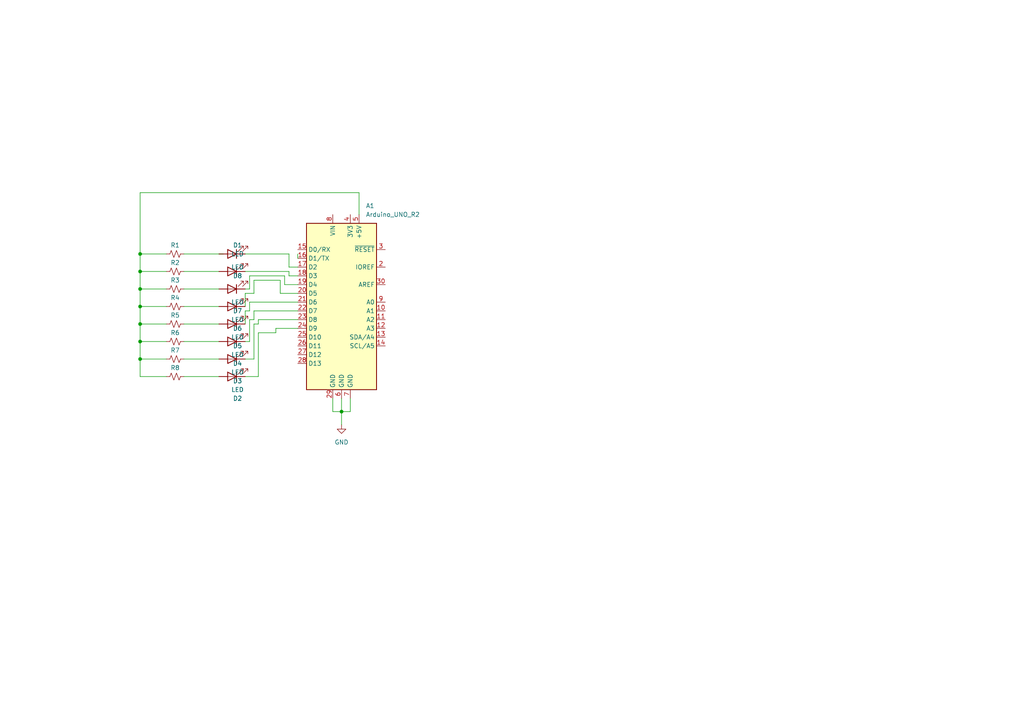
<source format=kicad_sch>
(kicad_sch (version 20230121) (generator eeschema)

  (uuid 5964a041-1c5b-4576-9e9b-cffbbb147292)

  (paper "A4")

  (title_block
    (title "ARDUNO UNO SHIELD")
    (date "2024-01-20")
    (rev "1")
    (company "ĐẠI HỌC BÁCH KHOA")
    (comment 2 "LÝ TÙNG THÁI")
    (comment 3 "2051191")
  )

  (lib_symbols
    (symbol "Device:LED" (pin_numbers hide) (pin_names (offset 1.016) hide) (in_bom yes) (on_board yes)
      (property "Reference" "D" (at 0 2.54 0)
        (effects (font (size 1.27 1.27)))
      )
      (property "Value" "LED" (at 0 -2.54 0)
        (effects (font (size 1.27 1.27)))
      )
      (property "Footprint" "" (at 0 0 0)
        (effects (font (size 1.27 1.27)) hide)
      )
      (property "Datasheet" "~" (at 0 0 0)
        (effects (font (size 1.27 1.27)) hide)
      )
      (property "ki_keywords" "LED diode" (at 0 0 0)
        (effects (font (size 1.27 1.27)) hide)
      )
      (property "ki_description" "Light emitting diode" (at 0 0 0)
        (effects (font (size 1.27 1.27)) hide)
      )
      (property "ki_fp_filters" "LED* LED_SMD:* LED_THT:*" (at 0 0 0)
        (effects (font (size 1.27 1.27)) hide)
      )
      (symbol "LED_0_1"
        (polyline
          (pts
            (xy -1.27 -1.27)
            (xy -1.27 1.27)
          )
          (stroke (width 0.254) (type default))
          (fill (type none))
        )
        (polyline
          (pts
            (xy -1.27 0)
            (xy 1.27 0)
          )
          (stroke (width 0) (type default))
          (fill (type none))
        )
        (polyline
          (pts
            (xy 1.27 -1.27)
            (xy 1.27 1.27)
            (xy -1.27 0)
            (xy 1.27 -1.27)
          )
          (stroke (width 0.254) (type default))
          (fill (type none))
        )
        (polyline
          (pts
            (xy -3.048 -0.762)
            (xy -4.572 -2.286)
            (xy -3.81 -2.286)
            (xy -4.572 -2.286)
            (xy -4.572 -1.524)
          )
          (stroke (width 0) (type default))
          (fill (type none))
        )
        (polyline
          (pts
            (xy -1.778 -0.762)
            (xy -3.302 -2.286)
            (xy -2.54 -2.286)
            (xy -3.302 -2.286)
            (xy -3.302 -1.524)
          )
          (stroke (width 0) (type default))
          (fill (type none))
        )
      )
      (symbol "LED_1_1"
        (pin passive line (at -3.81 0 0) (length 2.54)
          (name "K" (effects (font (size 1.27 1.27))))
          (number "1" (effects (font (size 1.27 1.27))))
        )
        (pin passive line (at 3.81 0 180) (length 2.54)
          (name "A" (effects (font (size 1.27 1.27))))
          (number "2" (effects (font (size 1.27 1.27))))
        )
      )
    )
    (symbol "Device:R_Small_US" (pin_numbers hide) (pin_names (offset 0.254) hide) (in_bom yes) (on_board yes)
      (property "Reference" "R" (at 0.762 0.508 0)
        (effects (font (size 1.27 1.27)) (justify left))
      )
      (property "Value" "R_Small_US" (at 0.762 -1.016 0)
        (effects (font (size 1.27 1.27)) (justify left))
      )
      (property "Footprint" "" (at 0 0 0)
        (effects (font (size 1.27 1.27)) hide)
      )
      (property "Datasheet" "~" (at 0 0 0)
        (effects (font (size 1.27 1.27)) hide)
      )
      (property "ki_keywords" "r resistor" (at 0 0 0)
        (effects (font (size 1.27 1.27)) hide)
      )
      (property "ki_description" "Resistor, small US symbol" (at 0 0 0)
        (effects (font (size 1.27 1.27)) hide)
      )
      (property "ki_fp_filters" "R_*" (at 0 0 0)
        (effects (font (size 1.27 1.27)) hide)
      )
      (symbol "R_Small_US_1_1"
        (polyline
          (pts
            (xy 0 0)
            (xy 1.016 -0.381)
            (xy 0 -0.762)
            (xy -1.016 -1.143)
            (xy 0 -1.524)
          )
          (stroke (width 0) (type default))
          (fill (type none))
        )
        (polyline
          (pts
            (xy 0 1.524)
            (xy 1.016 1.143)
            (xy 0 0.762)
            (xy -1.016 0.381)
            (xy 0 0)
          )
          (stroke (width 0) (type default))
          (fill (type none))
        )
        (pin passive line (at 0 2.54 270) (length 1.016)
          (name "~" (effects (font (size 1.27 1.27))))
          (number "1" (effects (font (size 1.27 1.27))))
        )
        (pin passive line (at 0 -2.54 90) (length 1.016)
          (name "~" (effects (font (size 1.27 1.27))))
          (number "2" (effects (font (size 1.27 1.27))))
        )
      )
    )
    (symbol "MCU_Module:Arduino_UNO_R2" (in_bom yes) (on_board yes)
      (property "Reference" "A" (at -10.16 23.495 0)
        (effects (font (size 1.27 1.27)) (justify left bottom))
      )
      (property "Value" "Arduino_UNO_R2" (at 5.08 -26.67 0)
        (effects (font (size 1.27 1.27)) (justify left top))
      )
      (property "Footprint" "Module:Arduino_UNO_R2" (at 0 0 0)
        (effects (font (size 1.27 1.27) italic) hide)
      )
      (property "Datasheet" "https://www.arduino.cc/en/Main/arduinoBoardUno" (at 0 0 0)
        (effects (font (size 1.27 1.27)) hide)
      )
      (property "ki_keywords" "Arduino UNO R3 Microcontroller Module Atmel AVR USB" (at 0 0 0)
        (effects (font (size 1.27 1.27)) hide)
      )
      (property "ki_description" "Arduino UNO Microcontroller Module, release 2" (at 0 0 0)
        (effects (font (size 1.27 1.27)) hide)
      )
      (property "ki_fp_filters" "Arduino*UNO*R2*" (at 0 0 0)
        (effects (font (size 1.27 1.27)) hide)
      )
      (symbol "Arduino_UNO_R2_0_1"
        (rectangle (start -10.16 22.86) (end 10.16 -25.4)
          (stroke (width 0.254) (type default))
          (fill (type background))
        )
      )
      (symbol "Arduino_UNO_R2_1_1"
        (pin no_connect line (at -10.16 -20.32 0) (length 2.54) hide
          (name "NC" (effects (font (size 1.27 1.27))))
          (number "1" (effects (font (size 1.27 1.27))))
        )
        (pin bidirectional line (at 12.7 -2.54 180) (length 2.54)
          (name "A1" (effects (font (size 1.27 1.27))))
          (number "10" (effects (font (size 1.27 1.27))))
        )
        (pin bidirectional line (at 12.7 -5.08 180) (length 2.54)
          (name "A2" (effects (font (size 1.27 1.27))))
          (number "11" (effects (font (size 1.27 1.27))))
        )
        (pin bidirectional line (at 12.7 -7.62 180) (length 2.54)
          (name "A3" (effects (font (size 1.27 1.27))))
          (number "12" (effects (font (size 1.27 1.27))))
        )
        (pin bidirectional line (at 12.7 -10.16 180) (length 2.54)
          (name "SDA/A4" (effects (font (size 1.27 1.27))))
          (number "13" (effects (font (size 1.27 1.27))))
        )
        (pin bidirectional line (at 12.7 -12.7 180) (length 2.54)
          (name "SCL/A5" (effects (font (size 1.27 1.27))))
          (number "14" (effects (font (size 1.27 1.27))))
        )
        (pin bidirectional line (at -12.7 15.24 0) (length 2.54)
          (name "D0/RX" (effects (font (size 1.27 1.27))))
          (number "15" (effects (font (size 1.27 1.27))))
        )
        (pin bidirectional line (at -12.7 12.7 0) (length 2.54)
          (name "D1/TX" (effects (font (size 1.27 1.27))))
          (number "16" (effects (font (size 1.27 1.27))))
        )
        (pin bidirectional line (at -12.7 10.16 0) (length 2.54)
          (name "D2" (effects (font (size 1.27 1.27))))
          (number "17" (effects (font (size 1.27 1.27))))
        )
        (pin bidirectional line (at -12.7 7.62 0) (length 2.54)
          (name "D3" (effects (font (size 1.27 1.27))))
          (number "18" (effects (font (size 1.27 1.27))))
        )
        (pin bidirectional line (at -12.7 5.08 0) (length 2.54)
          (name "D4" (effects (font (size 1.27 1.27))))
          (number "19" (effects (font (size 1.27 1.27))))
        )
        (pin output line (at 12.7 10.16 180) (length 2.54)
          (name "IOREF" (effects (font (size 1.27 1.27))))
          (number "2" (effects (font (size 1.27 1.27))))
        )
        (pin bidirectional line (at -12.7 2.54 0) (length 2.54)
          (name "D5" (effects (font (size 1.27 1.27))))
          (number "20" (effects (font (size 1.27 1.27))))
        )
        (pin bidirectional line (at -12.7 0 0) (length 2.54)
          (name "D6" (effects (font (size 1.27 1.27))))
          (number "21" (effects (font (size 1.27 1.27))))
        )
        (pin bidirectional line (at -12.7 -2.54 0) (length 2.54)
          (name "D7" (effects (font (size 1.27 1.27))))
          (number "22" (effects (font (size 1.27 1.27))))
        )
        (pin bidirectional line (at -12.7 -5.08 0) (length 2.54)
          (name "D8" (effects (font (size 1.27 1.27))))
          (number "23" (effects (font (size 1.27 1.27))))
        )
        (pin bidirectional line (at -12.7 -7.62 0) (length 2.54)
          (name "D9" (effects (font (size 1.27 1.27))))
          (number "24" (effects (font (size 1.27 1.27))))
        )
        (pin bidirectional line (at -12.7 -10.16 0) (length 2.54)
          (name "D10" (effects (font (size 1.27 1.27))))
          (number "25" (effects (font (size 1.27 1.27))))
        )
        (pin bidirectional line (at -12.7 -12.7 0) (length 2.54)
          (name "D11" (effects (font (size 1.27 1.27))))
          (number "26" (effects (font (size 1.27 1.27))))
        )
        (pin bidirectional line (at -12.7 -15.24 0) (length 2.54)
          (name "D12" (effects (font (size 1.27 1.27))))
          (number "27" (effects (font (size 1.27 1.27))))
        )
        (pin bidirectional line (at -12.7 -17.78 0) (length 2.54)
          (name "D13" (effects (font (size 1.27 1.27))))
          (number "28" (effects (font (size 1.27 1.27))))
        )
        (pin power_in line (at -2.54 -27.94 90) (length 2.54)
          (name "GND" (effects (font (size 1.27 1.27))))
          (number "29" (effects (font (size 1.27 1.27))))
        )
        (pin input line (at 12.7 15.24 180) (length 2.54)
          (name "~{RESET}" (effects (font (size 1.27 1.27))))
          (number "3" (effects (font (size 1.27 1.27))))
        )
        (pin input line (at 12.7 5.08 180) (length 2.54)
          (name "AREF" (effects (font (size 1.27 1.27))))
          (number "30" (effects (font (size 1.27 1.27))))
        )
        (pin power_out line (at 2.54 25.4 270) (length 2.54)
          (name "3V3" (effects (font (size 1.27 1.27))))
          (number "4" (effects (font (size 1.27 1.27))))
        )
        (pin power_out line (at 5.08 25.4 270) (length 2.54)
          (name "+5V" (effects (font (size 1.27 1.27))))
          (number "5" (effects (font (size 1.27 1.27))))
        )
        (pin power_in line (at 0 -27.94 90) (length 2.54)
          (name "GND" (effects (font (size 1.27 1.27))))
          (number "6" (effects (font (size 1.27 1.27))))
        )
        (pin power_in line (at 2.54 -27.94 90) (length 2.54)
          (name "GND" (effects (font (size 1.27 1.27))))
          (number "7" (effects (font (size 1.27 1.27))))
        )
        (pin power_in line (at -2.54 25.4 270) (length 2.54)
          (name "VIN" (effects (font (size 1.27 1.27))))
          (number "8" (effects (font (size 1.27 1.27))))
        )
        (pin bidirectional line (at 12.7 0 180) (length 2.54)
          (name "A0" (effects (font (size 1.27 1.27))))
          (number "9" (effects (font (size 1.27 1.27))))
        )
      )
    )
    (symbol "power:GND" (power) (pin_names (offset 0)) (in_bom yes) (on_board yes)
      (property "Reference" "#PWR" (at 0 -6.35 0)
        (effects (font (size 1.27 1.27)) hide)
      )
      (property "Value" "GND" (at 0 -3.81 0)
        (effects (font (size 1.27 1.27)))
      )
      (property "Footprint" "" (at 0 0 0)
        (effects (font (size 1.27 1.27)) hide)
      )
      (property "Datasheet" "" (at 0 0 0)
        (effects (font (size 1.27 1.27)) hide)
      )
      (property "ki_keywords" "global power" (at 0 0 0)
        (effects (font (size 1.27 1.27)) hide)
      )
      (property "ki_description" "Power symbol creates a global label with name \"GND\" , ground" (at 0 0 0)
        (effects (font (size 1.27 1.27)) hide)
      )
      (symbol "GND_0_1"
        (polyline
          (pts
            (xy 0 0)
            (xy 0 -1.27)
            (xy 1.27 -1.27)
            (xy 0 -2.54)
            (xy -1.27 -1.27)
            (xy 0 -1.27)
          )
          (stroke (width 0) (type default))
          (fill (type none))
        )
      )
      (symbol "GND_1_1"
        (pin power_in line (at 0 0 270) (length 0) hide
          (name "GND" (effects (font (size 1.27 1.27))))
          (number "1" (effects (font (size 1.27 1.27))))
        )
      )
    )
  )

  (junction (at 40.64 83.82) (diameter 0) (color 0 0 0 0)
    (uuid 11cd5b4d-c62f-4cd2-8c28-b684922ef3f3)
  )
  (junction (at 99.06 119.38) (diameter 0) (color 0 0 0 0)
    (uuid 3a6e9cca-772d-428d-bb5a-8e2e61015002)
  )
  (junction (at 40.64 93.98) (diameter 0) (color 0 0 0 0)
    (uuid 3d2e52d4-4e83-4415-bd9a-bc44a4c74228)
  )
  (junction (at 40.64 88.9) (diameter 0) (color 0 0 0 0)
    (uuid 88f57a91-20b4-4eb5-abc3-416bb27eeecd)
  )
  (junction (at 40.64 73.66) (diameter 0) (color 0 0 0 0)
    (uuid 8a272013-f251-43c2-b563-c7e55e2cd070)
  )
  (junction (at 40.64 104.14) (diameter 0) (color 0 0 0 0)
    (uuid a93aa51a-f8ce-4d95-a400-effe92f06982)
  )
  (junction (at 40.64 99.06) (diameter 0) (color 0 0 0 0)
    (uuid b313a41b-9a3d-4e4a-a673-4eec7bba3757)
  )
  (junction (at 40.64 78.74) (diameter 0) (color 0 0 0 0)
    (uuid c0877623-cb3f-4258-8eb2-2c045cec3d46)
  )

  (wire (pts (xy 73.66 104.14) (xy 73.66 93.98))
    (stroke (width 0) (type default))
    (uuid 0424b300-6815-474e-814d-da5ed78d964a)
  )
  (wire (pts (xy 53.34 83.82) (xy 63.5 83.82))
    (stroke (width 0) (type default))
    (uuid 07ebab2f-a26e-4ce2-82b5-785274d9066c)
  )
  (wire (pts (xy 101.6 115.57) (xy 101.6 119.38))
    (stroke (width 0) (type default))
    (uuid 09b064ee-b714-484a-8b68-2954d29169eb)
  )
  (wire (pts (xy 86.36 73.66) (xy 86.36 74.93))
    (stroke (width 0) (type default))
    (uuid 0c01ace9-cd57-49cc-95b7-aca7af14cb09)
  )
  (wire (pts (xy 73.66 81.28) (xy 81.28 81.28))
    (stroke (width 0) (type default))
    (uuid 0c79d288-769f-4b38-8e98-535a5685bf3f)
  )
  (wire (pts (xy 73.66 92.71) (xy 73.66 90.17))
    (stroke (width 0) (type default))
    (uuid 0d11ebbe-3407-46d9-94ce-80e0f1e4a3e2)
  )
  (wire (pts (xy 83.82 80.01) (xy 86.36 80.01))
    (stroke (width 0) (type default))
    (uuid 0d436a52-3e1f-44fa-bf99-70c9725bb7f9)
  )
  (wire (pts (xy 74.93 92.71) (xy 86.36 92.71))
    (stroke (width 0) (type default))
    (uuid 1701d78f-835f-49b9-91b5-f7f65b154baa)
  )
  (wire (pts (xy 83.82 77.47) (xy 86.36 77.47))
    (stroke (width 0) (type default))
    (uuid 17b73d83-752c-4224-a929-86203aa508b4)
  )
  (wire (pts (xy 71.12 88.9) (xy 71.12 85.09))
    (stroke (width 0) (type default))
    (uuid 1c16224d-9c83-4d0d-86b9-d9dad157add1)
  )
  (wire (pts (xy 40.64 78.74) (xy 48.26 78.74))
    (stroke (width 0) (type default))
    (uuid 1ecdae21-4bc1-4fdf-8f99-12375847bf10)
  )
  (wire (pts (xy 72.39 87.63) (xy 86.36 87.63))
    (stroke (width 0) (type default))
    (uuid 20ffa429-30b0-41a6-bb67-2afcdac4d0fc)
  )
  (wire (pts (xy 71.12 99.06) (xy 72.39 99.06))
    (stroke (width 0) (type default))
    (uuid 23c0440e-c1f7-4f60-8ece-a7dcac3af3cf)
  )
  (wire (pts (xy 40.64 83.82) (xy 48.26 83.82))
    (stroke (width 0) (type default))
    (uuid 2517990d-1601-40e0-92ec-cf51a92ba0f2)
  )
  (wire (pts (xy 81.28 81.28) (xy 81.28 85.09))
    (stroke (width 0) (type default))
    (uuid 27abf9c5-b257-49b8-a0ce-f4decccbf51d)
  )
  (wire (pts (xy 40.64 93.98) (xy 48.26 93.98))
    (stroke (width 0) (type default))
    (uuid 28293ec5-a082-4e30-9bd4-87501179324b)
  )
  (wire (pts (xy 53.34 88.9) (xy 63.5 88.9))
    (stroke (width 0) (type default))
    (uuid 28c51c9e-ac25-488f-8d51-4dae3dc05b3a)
  )
  (wire (pts (xy 104.14 55.88) (xy 104.14 62.23))
    (stroke (width 0) (type default))
    (uuid 29b2032f-e83d-4381-932b-a5135928bc06)
  )
  (wire (pts (xy 80.01 95.25) (xy 86.36 95.25))
    (stroke (width 0) (type default))
    (uuid 2cb5905a-dbba-4606-bed5-c3ee8fb600f5)
  )
  (wire (pts (xy 40.64 88.9) (xy 40.64 93.98))
    (stroke (width 0) (type default))
    (uuid 2cdc3f2d-3a01-4d8e-aa5e-296b7d77eafb)
  )
  (wire (pts (xy 40.64 99.06) (xy 48.26 99.06))
    (stroke (width 0) (type default))
    (uuid 331fa070-9898-4ec3-a2b2-d5a37970e2f8)
  )
  (wire (pts (xy 71.12 109.22) (xy 74.93 109.22))
    (stroke (width 0) (type default))
    (uuid 33c56cd9-16fc-4239-81b1-8963ecc37115)
  )
  (wire (pts (xy 82.55 80.01) (xy 82.55 82.55))
    (stroke (width 0) (type default))
    (uuid 3486eddf-1610-40b5-a66a-341cd01334ae)
  )
  (wire (pts (xy 73.66 85.09) (xy 73.66 81.28))
    (stroke (width 0) (type default))
    (uuid 3ee9b903-0df6-4f2f-86b5-8406f0790957)
  )
  (wire (pts (xy 71.12 104.14) (xy 73.66 104.14))
    (stroke (width 0) (type default))
    (uuid 4d027e81-6c17-43f0-a13d-ad884989e5a2)
  )
  (wire (pts (xy 53.34 78.74) (xy 63.5 78.74))
    (stroke (width 0) (type default))
    (uuid 513bf35a-bf64-4125-8532-7ad31d53b4df)
  )
  (wire (pts (xy 53.34 93.98) (xy 63.5 93.98))
    (stroke (width 0) (type default))
    (uuid 52cc502e-24ea-4c6b-8cd1-1897cc17d54d)
  )
  (wire (pts (xy 53.34 99.06) (xy 63.5 99.06))
    (stroke (width 0) (type default))
    (uuid 537f8ef3-2126-4395-ae93-12f44e4e913a)
  )
  (wire (pts (xy 53.34 73.66) (xy 64.77 73.66))
    (stroke (width 0) (type default))
    (uuid 5bcfd391-f8d6-4c58-b871-7d23aff275e1)
  )
  (wire (pts (xy 74.93 93.98) (xy 74.93 92.71))
    (stroke (width 0) (type default))
    (uuid 5d64a560-6b89-4ab0-bdc1-c0a447d137f1)
  )
  (wire (pts (xy 99.06 115.57) (xy 99.06 119.38))
    (stroke (width 0) (type default))
    (uuid 6065a506-b7ee-4c07-9a88-0d7b226c88c9)
  )
  (wire (pts (xy 40.64 73.66) (xy 40.64 55.88))
    (stroke (width 0) (type default))
    (uuid 662b4b16-5240-402c-8ac8-2809667898d6)
  )
  (wire (pts (xy 71.12 83.82) (xy 72.39 83.82))
    (stroke (width 0) (type default))
    (uuid 6901ec6b-7d66-4fe8-80c6-a2dc3e972d39)
  )
  (wire (pts (xy 40.64 99.06) (xy 40.64 104.14))
    (stroke (width 0) (type default))
    (uuid 6cc3c982-bcbc-4daa-b2af-18377f32fab5)
  )
  (wire (pts (xy 72.39 80.01) (xy 82.55 80.01))
    (stroke (width 0) (type default))
    (uuid 72044f8d-01f2-45c8-8906-307ce6b3ab59)
  )
  (wire (pts (xy 96.52 115.57) (xy 96.52 119.38))
    (stroke (width 0) (type default))
    (uuid 726e7150-86ff-4698-a776-fb43aff377ae)
  )
  (wire (pts (xy 73.66 93.98) (xy 74.93 93.98))
    (stroke (width 0) (type default))
    (uuid 7912bf46-1cc2-4e9f-9704-fd6384a38745)
  )
  (wire (pts (xy 40.64 93.98) (xy 40.64 99.06))
    (stroke (width 0) (type default))
    (uuid 7a1026d3-82e5-40a7-b517-ca104f0ea3eb)
  )
  (wire (pts (xy 71.12 93.98) (xy 71.12 90.17))
    (stroke (width 0) (type default))
    (uuid 7f6f6c63-76fb-485d-9493-65552d0a7c81)
  )
  (wire (pts (xy 40.64 88.9) (xy 48.26 88.9))
    (stroke (width 0) (type default))
    (uuid 7fd964dd-356c-43e4-8907-517d8d0fb791)
  )
  (wire (pts (xy 53.34 104.14) (xy 63.5 104.14))
    (stroke (width 0) (type default))
    (uuid 8220046a-06d0-4b0d-bacb-2def373df94f)
  )
  (wire (pts (xy 71.12 78.74) (xy 83.82 78.74))
    (stroke (width 0) (type default))
    (uuid 85f599e3-165d-46e9-ae00-66997fd0f38a)
  )
  (wire (pts (xy 72.39 92.71) (xy 73.66 92.71))
    (stroke (width 0) (type default))
    (uuid 9113b993-11a5-461f-8eee-84cfa8212c19)
  )
  (wire (pts (xy 71.12 73.66) (xy 83.82 73.66))
    (stroke (width 0) (type default))
    (uuid 9e24146b-a2fb-424d-8a33-fb9f66f9d3e2)
  )
  (wire (pts (xy 96.52 119.38) (xy 99.06 119.38))
    (stroke (width 0) (type default))
    (uuid 9f6fb29b-1307-4022-ad45-caa6d715473b)
  )
  (wire (pts (xy 71.12 90.17) (xy 72.39 90.17))
    (stroke (width 0) (type default))
    (uuid a12b7ff0-d3e8-4f9b-8a57-e78be020d554)
  )
  (wire (pts (xy 81.28 85.09) (xy 86.36 85.09))
    (stroke (width 0) (type default))
    (uuid a4094637-e214-4c31-a7b8-25bde0eecee5)
  )
  (wire (pts (xy 40.64 78.74) (xy 40.64 83.82))
    (stroke (width 0) (type default))
    (uuid b2ec858a-29a6-407f-9217-363d633b56ac)
  )
  (wire (pts (xy 72.39 83.82) (xy 72.39 80.01))
    (stroke (width 0) (type default))
    (uuid b66af640-ae5d-4765-833b-e99dfffad12f)
  )
  (wire (pts (xy 40.64 83.82) (xy 40.64 88.9))
    (stroke (width 0) (type default))
    (uuid bb489fed-b804-494a-b653-5a1017340680)
  )
  (wire (pts (xy 40.64 55.88) (xy 104.14 55.88))
    (stroke (width 0) (type default))
    (uuid c0be23f7-e102-4f70-978d-cc6d9b7d98dc)
  )
  (wire (pts (xy 99.06 119.38) (xy 99.06 123.19))
    (stroke (width 0) (type default))
    (uuid c8408814-a5da-49f6-ac39-229869f7e6fc)
  )
  (wire (pts (xy 99.06 119.38) (xy 101.6 119.38))
    (stroke (width 0) (type default))
    (uuid c9656183-371e-4bac-9b1f-259f2b57076d)
  )
  (wire (pts (xy 40.64 109.22) (xy 48.26 109.22))
    (stroke (width 0) (type default))
    (uuid d4025bcb-e395-456b-98ce-b6b675be2221)
  )
  (wire (pts (xy 82.55 82.55) (xy 86.36 82.55))
    (stroke (width 0) (type default))
    (uuid db6f4862-8213-45d2-8fe5-9788e3b1dc64)
  )
  (wire (pts (xy 53.34 109.22) (xy 63.5 109.22))
    (stroke (width 0) (type default))
    (uuid def5d862-30bf-457e-acd1-ae258dbd7652)
  )
  (wire (pts (xy 40.64 104.14) (xy 40.64 109.22))
    (stroke (width 0) (type default))
    (uuid e2761a5b-87e8-4b8b-b5f9-f07413d68ad6)
  )
  (wire (pts (xy 72.39 90.17) (xy 72.39 87.63))
    (stroke (width 0) (type default))
    (uuid e2eec1da-7f99-4b4e-b870-4d9d9c7f7d7e)
  )
  (wire (pts (xy 80.01 96.52) (xy 80.01 95.25))
    (stroke (width 0) (type default))
    (uuid e4d0cf48-b2c5-4063-8936-99a1e50d7ad6)
  )
  (wire (pts (xy 40.64 104.14) (xy 48.26 104.14))
    (stroke (width 0) (type default))
    (uuid e520d2e9-aa92-465a-a1ce-6f89a6ad19e0)
  )
  (wire (pts (xy 40.64 73.66) (xy 40.64 78.74))
    (stroke (width 0) (type default))
    (uuid e5bc8d26-32ac-4460-9c1c-cfe8e838c9f5)
  )
  (wire (pts (xy 73.66 90.17) (xy 86.36 90.17))
    (stroke (width 0) (type default))
    (uuid e5eadb5e-b2af-46e3-afd7-43666dc0c1ea)
  )
  (wire (pts (xy 83.82 78.74) (xy 83.82 80.01))
    (stroke (width 0) (type default))
    (uuid ec4624f8-5732-48ee-b1f6-17f0a07e7a10)
  )
  (wire (pts (xy 83.82 73.66) (xy 83.82 77.47))
    (stroke (width 0) (type default))
    (uuid f22850c7-0e0a-4d9e-889f-8c1bad7e783e)
  )
  (wire (pts (xy 74.93 109.22) (xy 74.93 96.52))
    (stroke (width 0) (type default))
    (uuid f24f9021-8108-4605-a5de-dc6a692eb95f)
  )
  (wire (pts (xy 72.39 99.06) (xy 72.39 92.71))
    (stroke (width 0) (type default))
    (uuid f5778b4c-921d-4887-948b-d5137fd6ddf7)
  )
  (wire (pts (xy 48.26 73.66) (xy 40.64 73.66))
    (stroke (width 0) (type default))
    (uuid fab834eb-1885-4a8a-9b6d-71a7da801034)
  )
  (wire (pts (xy 74.93 96.52) (xy 80.01 96.52))
    (stroke (width 0) (type default))
    (uuid fb6e779f-f06f-40ef-bd62-2acae944c846)
  )
  (wire (pts (xy 71.12 85.09) (xy 73.66 85.09))
    (stroke (width 0) (type default))
    (uuid fd04f9d3-0b03-458b-879a-47fe259b8b3c)
  )

  (symbol (lib_id "Device:LED") (at 67.31 83.82 180) (unit 1)
    (in_bom yes) (on_board yes) (dnp no) (fields_autoplaced)
    (uuid 0f8c2cb7-0a9d-4fd6-92be-d486d43294fe)
    (property "Reference" "D7" (at 68.8975 90.17 0)
      (effects (font (size 1.27 1.27)))
    )
    (property "Value" "LED" (at 68.8975 87.63 0)
      (effects (font (size 1.27 1.27)))
    )
    (property "Footprint" "LED_SMD:LED_0201_0603Metric" (at 67.31 83.82 0)
      (effects (font (size 1.27 1.27)) hide)
    )
    (property "Datasheet" "~" (at 67.31 83.82 0)
      (effects (font (size 1.27 1.27)) hide)
    )
    (pin "1" (uuid 9d6d375f-3633-4b46-af8f-6011dd7416c7))
    (pin "2" (uuid ea3786d3-3426-45d4-a5ec-c200678b762e))
    (instances
      (project "arduno uno  shield"
        (path "/5964a041-1c5b-4576-9e9b-cffbbb147292"
          (reference "D7") (unit 1)
        )
      )
    )
  )

  (symbol (lib_id "Device:LED") (at 67.31 88.9 180) (unit 1)
    (in_bom yes) (on_board yes) (dnp no) (fields_autoplaced)
    (uuid 2aaf3566-7bfd-43f9-9de9-001a82e5874c)
    (property "Reference" "D6" (at 68.8975 95.25 0)
      (effects (font (size 1.27 1.27)))
    )
    (property "Value" "LED" (at 68.8975 92.71 0)
      (effects (font (size 1.27 1.27)))
    )
    (property "Footprint" "LED_SMD:LED_0603_1608Metric" (at 67.31 88.9 0)
      (effects (font (size 1.27 1.27)) hide)
    )
    (property "Datasheet" "~" (at 67.31 88.9 0)
      (effects (font (size 1.27 1.27)) hide)
    )
    (pin "1" (uuid a960556a-247f-4c3c-a317-125b75f47608))
    (pin "2" (uuid d1e5a6f9-e52d-4fc5-b1ec-555bbc66436a))
    (instances
      (project "arduno uno  shield"
        (path "/5964a041-1c5b-4576-9e9b-cffbbb147292"
          (reference "D6") (unit 1)
        )
      )
    )
  )

  (symbol (lib_id "Device:LED") (at 67.31 73.66 180) (unit 1)
    (in_bom yes) (on_board yes) (dnp no) (fields_autoplaced)
    (uuid 3105504a-67ea-4637-9382-4ec26229d696)
    (property "Reference" "D8" (at 68.8975 80.01 0)
      (effects (font (size 1.27 1.27)))
    )
    (property "Value" "LED" (at 68.8975 77.47 0)
      (effects (font (size 1.27 1.27)))
    )
    (property "Footprint" "LED_SMD:LED_0201_0603Metric" (at 67.31 73.66 0)
      (effects (font (size 1.27 1.27)) hide)
    )
    (property "Datasheet" "~" (at 67.31 73.66 0)
      (effects (font (size 1.27 1.27)) hide)
    )
    (pin "1" (uuid ba3d4883-0ebc-41d5-8415-7762d5cd9e04))
    (pin "2" (uuid e1b03e50-ed87-4720-aeb3-ff54256a4fc9))
    (instances
      (project "arduno uno  shield"
        (path "/5964a041-1c5b-4576-9e9b-cffbbb147292"
          (reference "D8") (unit 1)
        )
      )
    )
  )

  (symbol (lib_id "Device:R_Small_US") (at 50.8 99.06 270) (unit 1)
    (in_bom yes) (on_board yes) (dnp no)
    (uuid 6638166d-311e-4e0a-b899-05fa287b4b79)
    (property "Reference" "R6" (at 50.8 96.52 90)
      (effects (font (size 1.27 1.27)))
    )
    (property "Value" "R6" (at 50.8 95.25 90)
      (effects (font (size 1.27 1.27)) hide)
    )
    (property "Footprint" "Resistor_SMD:R_0201_0603Metric" (at 50.8 99.06 0)
      (effects (font (size 1.27 1.27)) hide)
    )
    (property "Datasheet" "~" (at 50.8 99.06 0)
      (effects (font (size 1.27 1.27)) hide)
    )
    (pin "1" (uuid ecab6a4c-4f28-4301-baf2-f36d4ef1a74d))
    (pin "2" (uuid 382b111c-69bd-4cd7-9ebb-92b5a6c2988b))
    (instances
      (project "arduno uno  shield"
        (path "/5964a041-1c5b-4576-9e9b-cffbbb147292"
          (reference "R6") (unit 1)
        )
      )
    )
  )

  (symbol (lib_id "Device:R_Small_US") (at 50.8 78.74 270) (unit 1)
    (in_bom yes) (on_board yes) (dnp no)
    (uuid 6f6f9ffa-2c51-4f9a-9ebc-960b00f5ef57)
    (property "Reference" "R2" (at 50.8 72.39 90)
      (effects (font (size 1.27 1.27)) hide)
    )
    (property "Value" "R2" (at 50.8 76.2 90)
      (effects (font (size 1.27 1.27)))
    )
    (property "Footprint" "Resistor_SMD:R_0201_0603Metric" (at 50.8 78.74 0)
      (effects (font (size 1.27 1.27)) hide)
    )
    (property "Datasheet" "~" (at 50.8 78.74 0)
      (effects (font (size 1.27 1.27)) hide)
    )
    (pin "1" (uuid 4af6f9b3-9bf3-42b5-877c-9024d8817e12))
    (pin "2" (uuid 5d517ab7-f8aa-4206-b5ba-90a2c61e821f))
    (instances
      (project "arduno uno  shield"
        (path "/5964a041-1c5b-4576-9e9b-cffbbb147292"
          (reference "R2") (unit 1)
        )
      )
    )
  )

  (symbol (lib_id "Device:R_Small_US") (at 50.8 73.66 270) (unit 1)
    (in_bom yes) (on_board yes) (dnp no)
    (uuid 7071a5e0-adeb-48b8-8882-3a3e3637585e)
    (property "Reference" "R1" (at 50.8 71.12 90)
      (effects (font (size 1.27 1.27)))
    )
    (property "Value" "R1" (at 50.8 69.85 90)
      (effects (font (size 1.27 1.27)) hide)
    )
    (property "Footprint" "Resistor_SMD:R_0201_0603Metric" (at 50.8 73.66 0)
      (effects (font (size 1.27 1.27)) hide)
    )
    (property "Datasheet" "~" (at 50.8 73.66 0)
      (effects (font (size 1.27 1.27)) hide)
    )
    (pin "1" (uuid 5b530783-5c6a-4a30-a9dc-2aee2689709d))
    (pin "2" (uuid 8f89ccf2-88ba-4a19-aa60-2cf03edbd573))
    (instances
      (project "arduno uno  shield"
        (path "/5964a041-1c5b-4576-9e9b-cffbbb147292"
          (reference "R1") (unit 1)
        )
      )
    )
  )

  (symbol (lib_id "Device:LED") (at 67.31 78.74 180) (unit 1)
    (in_bom yes) (on_board yes) (dnp no) (fields_autoplaced)
    (uuid 7ac9699e-c51c-4830-aa7f-f6af7dbe94fb)
    (property "Reference" "D1" (at 68.8975 71.12 0)
      (effects (font (size 1.27 1.27)))
    )
    (property "Value" "LED" (at 68.8975 73.66 0)
      (effects (font (size 1.27 1.27)))
    )
    (property "Footprint" "LED_SMD:LED_0603_1608Metric" (at 67.31 78.74 0)
      (effects (font (size 1.27 1.27)) hide)
    )
    (property "Datasheet" "~" (at 67.31 78.74 0)
      (effects (font (size 1.27 1.27)) hide)
    )
    (pin "1" (uuid 8f527002-2a7c-4709-9942-a720ef0541b7))
    (pin "2" (uuid 20152935-4bf5-467e-b279-d49f77e374be))
    (instances
      (project "arduno uno  shield"
        (path "/5964a041-1c5b-4576-9e9b-cffbbb147292"
          (reference "D1") (unit 1)
        )
      )
    )
  )

  (symbol (lib_id "Device:R_Small_US") (at 50.8 93.98 270) (unit 1)
    (in_bom yes) (on_board yes) (dnp no)
    (uuid 91631b12-a9ad-43c4-ba62-ea5b618f9299)
    (property "Reference" "R5" (at 50.8 91.44 90)
      (effects (font (size 1.27 1.27)))
    )
    (property "Value" "R5" (at 50.8 90.17 90)
      (effects (font (size 1.27 1.27)) hide)
    )
    (property "Footprint" "Resistor_SMD:R_0201_0603Metric" (at 50.8 93.98 0)
      (effects (font (size 1.27 1.27)) hide)
    )
    (property "Datasheet" "~" (at 50.8 93.98 0)
      (effects (font (size 1.27 1.27)) hide)
    )
    (pin "1" (uuid 015a3651-c4a2-44d0-8ec8-4942c4b6c944))
    (pin "2" (uuid ad2c0b6c-38e2-4503-a6b4-796ec5518529))
    (instances
      (project "arduno uno  shield"
        (path "/5964a041-1c5b-4576-9e9b-cffbbb147292"
          (reference "R5") (unit 1)
        )
      )
    )
  )

  (symbol (lib_id "Device:R_Small_US") (at 50.8 83.82 270) (unit 1)
    (in_bom yes) (on_board yes) (dnp no)
    (uuid 9622cd27-a591-4d4f-b27b-a86f84cf68ee)
    (property "Reference" "R3" (at 50.8 77.47 90)
      (effects (font (size 1.27 1.27)) hide)
    )
    (property "Value" "R3" (at 50.8 81.28 90)
      (effects (font (size 1.27 1.27)))
    )
    (property "Footprint" "Resistor_SMD:R_0201_0603Metric" (at 50.8 83.82 0)
      (effects (font (size 1.27 1.27)) hide)
    )
    (property "Datasheet" "~" (at 50.8 83.82 0)
      (effects (font (size 1.27 1.27)) hide)
    )
    (pin "1" (uuid 76b60c16-0a4d-492e-9019-420f31e8c6fc))
    (pin "2" (uuid 09602e54-b4ff-4445-9124-d65732448293))
    (instances
      (project "arduno uno  shield"
        (path "/5964a041-1c5b-4576-9e9b-cffbbb147292"
          (reference "R3") (unit 1)
        )
      )
    )
  )

  (symbol (lib_id "power:GND") (at 99.06 123.19 0) (unit 1)
    (in_bom yes) (on_board yes) (dnp no) (fields_autoplaced)
    (uuid 97ad98c4-631f-4e37-a52c-10321f4b9810)
    (property "Reference" "#PWR01" (at 99.06 129.54 0)
      (effects (font (size 1.27 1.27)) hide)
    )
    (property "Value" "GND" (at 99.06 128.27 0)
      (effects (font (size 1.27 1.27)))
    )
    (property "Footprint" "" (at 99.06 123.19 0)
      (effects (font (size 1.27 1.27)) hide)
    )
    (property "Datasheet" "" (at 99.06 123.19 0)
      (effects (font (size 1.27 1.27)) hide)
    )
    (pin "1" (uuid af2aed19-176d-48e6-9100-86a69d8a6fca))
    (instances
      (project "arduno uno  shield"
        (path "/5964a041-1c5b-4576-9e9b-cffbbb147292"
          (reference "#PWR01") (unit 1)
        )
      )
    )
  )

  (symbol (lib_id "Device:LED") (at 67.31 104.14 180) (unit 1)
    (in_bom yes) (on_board yes) (dnp no) (fields_autoplaced)
    (uuid 99427b2c-c509-491b-ba8a-cfd4fb960618)
    (property "Reference" "D3" (at 68.8975 110.49 0)
      (effects (font (size 1.27 1.27)))
    )
    (property "Value" "LED" (at 68.8975 107.95 0)
      (effects (font (size 1.27 1.27)))
    )
    (property "Footprint" "LED_SMD:LED_0603_1608Metric" (at 67.31 104.14 0)
      (effects (font (size 1.27 1.27)) hide)
    )
    (property "Datasheet" "~" (at 67.31 104.14 0)
      (effects (font (size 1.27 1.27)) hide)
    )
    (pin "1" (uuid 2003e277-394d-41a4-bad3-71fc747e6666))
    (pin "2" (uuid b3a321f1-b60d-457a-999e-1da8f5dd554e))
    (instances
      (project "arduno uno  shield"
        (path "/5964a041-1c5b-4576-9e9b-cffbbb147292"
          (reference "D3") (unit 1)
        )
      )
    )
  )

  (symbol (lib_id "Device:R_Small_US") (at 50.8 88.9 270) (unit 1)
    (in_bom yes) (on_board yes) (dnp no)
    (uuid a1d8a400-1e06-455e-85b4-46b83654f04c)
    (property "Reference" "R4" (at 50.8 82.55 90)
      (effects (font (size 1.27 1.27)) hide)
    )
    (property "Value" "R4" (at 50.8 86.36 90)
      (effects (font (size 1.27 1.27)))
    )
    (property "Footprint" "Resistor_SMD:R_0201_0603Metric" (at 50.8 88.9 0)
      (effects (font (size 1.27 1.27)) hide)
    )
    (property "Datasheet" "~" (at 50.8 88.9 0)
      (effects (font (size 1.27 1.27)) hide)
    )
    (pin "1" (uuid 2b1849e7-7c92-4fac-afba-bb9455e82ec5))
    (pin "2" (uuid 284e350d-9ebd-4bd7-a1bb-c369295e8d7f))
    (instances
      (project "arduno uno  shield"
        (path "/5964a041-1c5b-4576-9e9b-cffbbb147292"
          (reference "R4") (unit 1)
        )
      )
    )
  )

  (symbol (lib_id "Device:LED") (at 67.31 99.06 180) (unit 1)
    (in_bom yes) (on_board yes) (dnp no) (fields_autoplaced)
    (uuid a3dcd0b1-4c5d-47da-932f-1ed8c5cc7b64)
    (property "Reference" "D4" (at 68.8975 105.41 0)
      (effects (font (size 1.27 1.27)))
    )
    (property "Value" "LED" (at 68.8975 102.87 0)
      (effects (font (size 1.27 1.27)))
    )
    (property "Footprint" "LED_SMD:LED_0603_1608Metric" (at 67.31 99.06 0)
      (effects (font (size 1.27 1.27)) hide)
    )
    (property "Datasheet" "~" (at 67.31 99.06 0)
      (effects (font (size 1.27 1.27)) hide)
    )
    (pin "1" (uuid f5d8751b-211b-4fab-ae18-565f68089fd6))
    (pin "2" (uuid 9aa2bba9-b9d9-43a2-becf-25777dc91c67))
    (instances
      (project "arduno uno  shield"
        (path "/5964a041-1c5b-4576-9e9b-cffbbb147292"
          (reference "D4") (unit 1)
        )
      )
    )
  )

  (symbol (lib_id "Device:LED") (at 67.31 93.98 180) (unit 1)
    (in_bom yes) (on_board yes) (dnp no) (fields_autoplaced)
    (uuid a7b10c9e-8af8-47a5-b3a5-445b602b1381)
    (property "Reference" "D5" (at 68.8975 100.33 0)
      (effects (font (size 1.27 1.27)))
    )
    (property "Value" "LED" (at 68.8975 97.79 0)
      (effects (font (size 1.27 1.27)))
    )
    (property "Footprint" "LED_SMD:LED_0603_1608Metric" (at 67.31 93.98 0)
      (effects (font (size 1.27 1.27)) hide)
    )
    (property "Datasheet" "~" (at 67.31 93.98 0)
      (effects (font (size 1.27 1.27)) hide)
    )
    (pin "1" (uuid 6c93814a-fec7-4187-8966-0b8609a6b436))
    (pin "2" (uuid 8fa9b102-ad35-4b5d-be27-875e0b393c7a))
    (instances
      (project "arduno uno  shield"
        (path "/5964a041-1c5b-4576-9e9b-cffbbb147292"
          (reference "D5") (unit 1)
        )
      )
    )
  )

  (symbol (lib_id "MCU_Module:Arduino_UNO_R2") (at 99.06 87.63 0) (unit 1)
    (in_bom yes) (on_board yes) (dnp no) (fields_autoplaced)
    (uuid ad0d3f4a-0c65-4c64-ba27-46d0b5a8e4e1)
    (property "Reference" "A1" (at 106.0959 59.69 0)
      (effects (font (size 1.27 1.27)) (justify left))
    )
    (property "Value" "Arduino_UNO_R2" (at 106.0959 62.23 0)
      (effects (font (size 1.27 1.27)) (justify left))
    )
    (property "Footprint" "Module:Arduino_UNO_R2" (at 99.06 87.63 0)
      (effects (font (size 1.27 1.27) italic) hide)
    )
    (property "Datasheet" "https://www.arduino.cc/en/Main/arduinoBoardUno" (at 99.06 87.63 0)
      (effects (font (size 1.27 1.27)) hide)
    )
    (pin "1" (uuid 71a15807-05ac-4c37-a2f3-80f586a0adfa))
    (pin "10" (uuid a908305d-53ee-4e90-a3ae-08d95e3dfb67))
    (pin "11" (uuid 98202506-bfc1-4dad-a5c5-c9117af07dad))
    (pin "12" (uuid 879344d3-5565-49bf-b0a7-3bd79d0896a9))
    (pin "13" (uuid c12a2213-55e6-422c-9277-b62b74ad8c20))
    (pin "14" (uuid 287caa6f-b3fd-4b0b-b650-494be4d2ceff))
    (pin "15" (uuid c3f6925f-5820-4a62-a5eb-30b64536de9e))
    (pin "16" (uuid 56c70585-9089-49d7-9cce-03f8ca15eb1f))
    (pin "17" (uuid 9981462e-70f7-4632-bea8-3fd0cca23685))
    (pin "18" (uuid 4ba750db-8927-4e86-9846-b943029e7b56))
    (pin "19" (uuid f9b852c0-51d3-423d-aeb8-a39b44f6cb11))
    (pin "2" (uuid 5a70fa91-eb48-4743-8671-9f2610e3cc30))
    (pin "20" (uuid 96628f71-52f2-4293-8124-b93372e8aa3b))
    (pin "21" (uuid 309f6efb-3fa0-4975-8228-4ddbb9c93490))
    (pin "22" (uuid f68b196b-416c-4266-9c14-aa8e2458b147))
    (pin "23" (uuid 9b94ebe2-5923-43ca-9ae5-3d6d4acef316))
    (pin "24" (uuid 58a9d45b-205e-4839-bce3-3b89bbbe1988))
    (pin "25" (uuid 60355fad-e98e-4586-b97c-052bb8707b0a))
    (pin "26" (uuid c9f294db-8067-4c1a-879a-9ef3565288ee))
    (pin "27" (uuid 5e21f085-f7b8-4c6d-9dec-4edd499024b4))
    (pin "28" (uuid 145912c1-1d5f-4c25-a829-de603020ece5))
    (pin "29" (uuid 8163d5db-0fa8-4a5f-a9a4-7dff04187218))
    (pin "3" (uuid 55a9ed52-2e47-4ab6-988c-09f6cd913971))
    (pin "30" (uuid 59193571-3181-47e9-9877-c54d2103221d))
    (pin "4" (uuid 41072674-0609-4603-b17b-37a29b20598e))
    (pin "5" (uuid 3f007f11-115a-4da0-b5c4-c9b03a125b46))
    (pin "6" (uuid 85db00a4-225d-4602-9496-4dd6cd99cf3b))
    (pin "7" (uuid 81c60cb6-7ad4-42a6-a9f1-4b2da06712dd))
    (pin "8" (uuid a04e6d5f-ea94-45c3-b4d8-77fc8d181ad8))
    (pin "9" (uuid 80ce5abf-e4ac-4fc4-b978-b2a15a55fb8d))
    (instances
      (project "arduno uno  shield"
        (path "/5964a041-1c5b-4576-9e9b-cffbbb147292"
          (reference "A1") (unit 1)
        )
      )
    )
  )

  (symbol (lib_id "Device:R_Small_US") (at 50.8 109.22 270) (unit 1)
    (in_bom yes) (on_board yes) (dnp no)
    (uuid c5dc8477-8093-41de-87d4-21b8242d85ec)
    (property "Reference" "R8" (at 50.8 102.87 90)
      (effects (font (size 1.27 1.27)) hide)
    )
    (property "Value" "R8" (at 50.8 106.68 90)
      (effects (font (size 1.27 1.27)))
    )
    (property "Footprint" "Resistor_SMD:R_0201_0603Metric" (at 50.8 109.22 0)
      (effects (font (size 1.27 1.27)) hide)
    )
    (property "Datasheet" "~" (at 50.8 109.22 0)
      (effects (font (size 1.27 1.27)) hide)
    )
    (pin "1" (uuid 649f7a4b-b45e-4d2e-94f3-e206d7b9d910))
    (pin "2" (uuid eb18bcca-0fe2-4c19-a692-60c8965b8b5a))
    (instances
      (project "arduno uno  shield"
        (path "/5964a041-1c5b-4576-9e9b-cffbbb147292"
          (reference "R8") (unit 1)
        )
      )
    )
  )

  (symbol (lib_id "Device:LED") (at 67.31 109.22 180) (unit 1)
    (in_bom yes) (on_board yes) (dnp no) (fields_autoplaced)
    (uuid e1dbc245-6aa3-425d-9869-dbc7b1092b6b)
    (property "Reference" "D2" (at 68.8975 115.57 0)
      (effects (font (size 1.27 1.27)))
    )
    (property "Value" "LED" (at 68.8975 113.03 0)
      (effects (font (size 1.27 1.27)))
    )
    (property "Footprint" "LED_SMD:LED_0603_1608Metric" (at 67.31 109.22 0)
      (effects (font (size 1.27 1.27)) hide)
    )
    (property "Datasheet" "~" (at 67.31 109.22 0)
      (effects (font (size 1.27 1.27)) hide)
    )
    (pin "1" (uuid 369d4db7-875d-4f44-8503-882ee5a88752))
    (pin "2" (uuid 2d11c4ed-c6cb-4abf-8c6b-a532c111668b))
    (instances
      (project "arduno uno  shield"
        (path "/5964a041-1c5b-4576-9e9b-cffbbb147292"
          (reference "D2") (unit 1)
        )
      )
    )
  )

  (symbol (lib_id "Device:R_Small_US") (at 50.8 104.14 270) (unit 1)
    (in_bom yes) (on_board yes) (dnp no)
    (uuid e2046d2f-fc6e-4049-b49b-4fc46d466f52)
    (property "Reference" "R7" (at 50.8 97.79 90)
      (effects (font (size 1.27 1.27)) hide)
    )
    (property "Value" "R7" (at 50.8 101.6 90)
      (effects (font (size 1.27 1.27)))
    )
    (property "Footprint" "Resistor_SMD:R_0201_0603Metric" (at 50.8 104.14 0)
      (effects (font (size 1.27 1.27)) hide)
    )
    (property "Datasheet" "~" (at 50.8 104.14 0)
      (effects (font (size 1.27 1.27)) hide)
    )
    (pin "1" (uuid 0eacae62-3b78-41f6-91db-837e51a0c3d2))
    (pin "2" (uuid d5a3bd76-468c-48a0-8785-f7d7aac89c02))
    (instances
      (project "arduno uno  shield"
        (path "/5964a041-1c5b-4576-9e9b-cffbbb147292"
          (reference "R7") (unit 1)
        )
      )
    )
  )

  (sheet_instances
    (path "/" (page "1"))
  )
)

</source>
